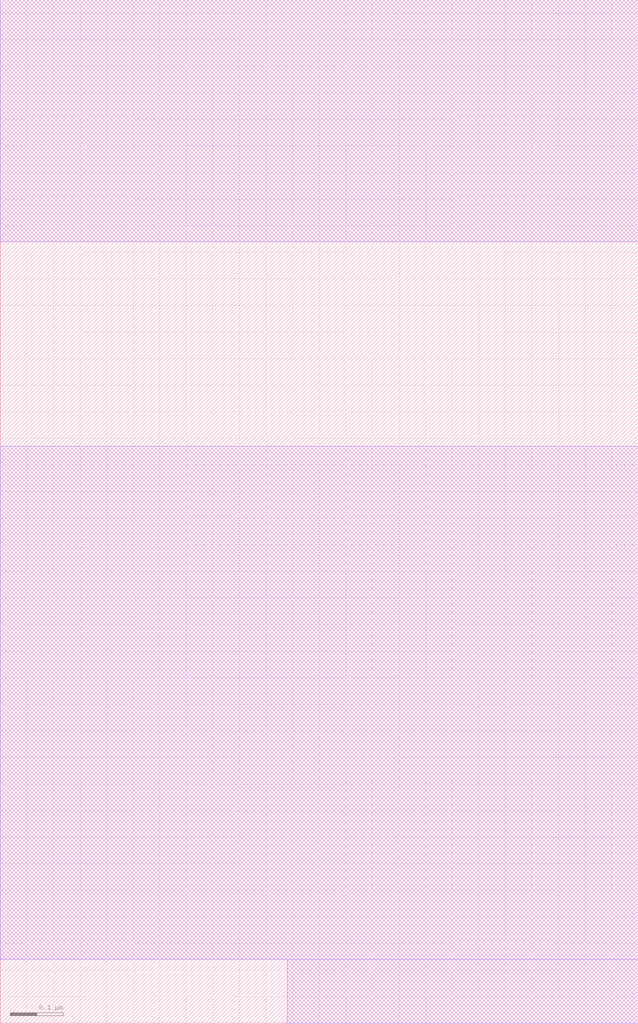
<source format=lef>
# Copyright 2020 The SkyWater PDK Authors
#
# Licensed under the Apache License, Version 2.0 (the "License");
# you may not use this file except in compliance with the License.
# You may obtain a copy of the License at
#
#     https://www.apache.org/licenses/LICENSE-2.0
#
# Unless required by applicable law or agreed to in writing, software
# distributed under the License is distributed on an "AS IS" BASIS,
# WITHOUT WARRANTIES OR CONDITIONS OF ANY KIND, either express or implied.
# See the License for the specific language governing permissions and
# limitations under the License.
#
# SPDX-License-Identifier: Apache-2.0

VERSION 5.7 ;
  NOWIREEXTENSIONATPIN ON ;
  DIVIDERCHAR "/" ;
  BUSBITCHARS "[]" ;
MACRO sky130_fd_bd_sram__sram_dp_colend_half_met23_optc
  CLASS BLOCK ;
  FOREIGN sky130_fd_bd_sram__sram_dp_colend_half_met23_optc ;
  ORIGIN  0.000000  0.000000 ;
  SIZE  1.200000 BY  1.925000 ;
  OBS
    LAYER met2 ;
      RECT 0.000000 0.120000 1.200000 1.085000 ;
      RECT 0.000000 1.470000 1.200000 1.925000 ;
      RECT 0.540000 0.000000 1.200000 0.120000 ;
  END
END sky130_fd_bd_sram__sram_dp_colend_half_met23_optc
END LIBRARY

</source>
